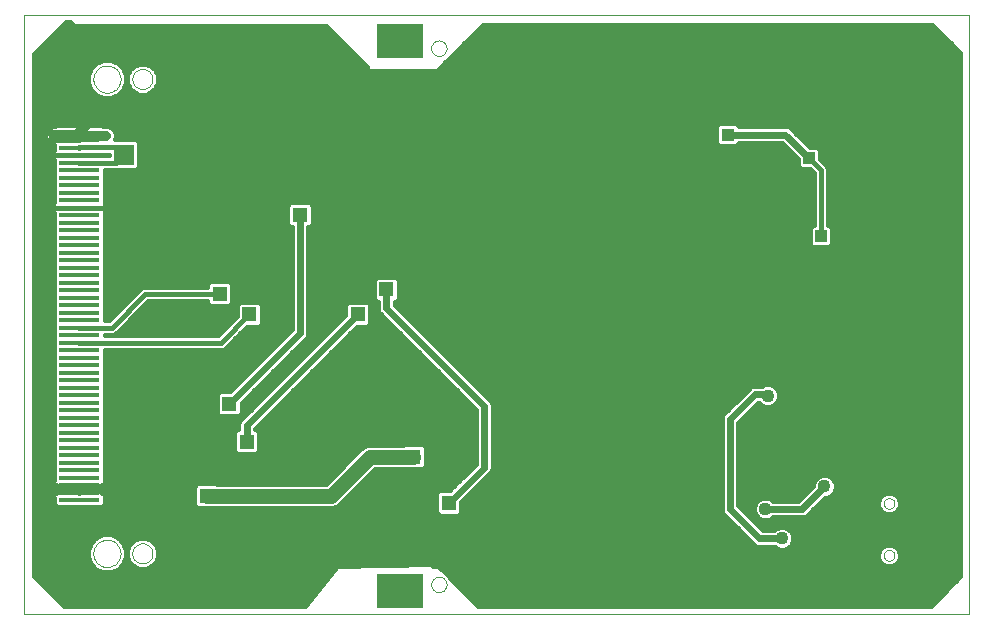
<source format=gbl>
G75*
G70*
%OFA0B0*%
%FSLAX24Y24*%
%IPPOS*%
%LPD*%
%AMOC8*
5,1,8,0,0,1.08239X$1,22.5*
%
%ADD10C,0.0000*%
%ADD11R,0.1378X0.0157*%
%ADD12R,0.1575X0.1181*%
%ADD13R,0.0515X0.0515*%
%ADD14C,0.0500*%
%ADD15C,0.0160*%
%ADD16R,0.0709X0.0709*%
%ADD17C,0.0240*%
%ADD18C,0.0436*%
%ADD19R,0.0436X0.0436*%
%ADD20C,0.0320*%
%ADD21C,0.0660*%
D10*
X000101Y001411D02*
X000101Y021372D01*
X031597Y021372D01*
X031597Y001411D01*
X000101Y001411D01*
X002427Y003431D02*
X002429Y003473D01*
X002435Y003515D01*
X002445Y003557D01*
X002458Y003597D01*
X002476Y003636D01*
X002497Y003673D01*
X002521Y003707D01*
X002549Y003740D01*
X002579Y003770D01*
X002612Y003796D01*
X002647Y003820D01*
X002685Y003840D01*
X002724Y003856D01*
X002764Y003869D01*
X002806Y003878D01*
X002848Y003883D01*
X002891Y003884D01*
X002933Y003881D01*
X002975Y003874D01*
X003016Y003863D01*
X003056Y003848D01*
X003094Y003830D01*
X003131Y003808D01*
X003165Y003783D01*
X003197Y003755D01*
X003225Y003724D01*
X003251Y003690D01*
X003274Y003654D01*
X003293Y003617D01*
X003309Y003577D01*
X003321Y003536D01*
X003329Y003495D01*
X003333Y003452D01*
X003333Y003410D01*
X003329Y003367D01*
X003321Y003326D01*
X003309Y003285D01*
X003293Y003245D01*
X003274Y003208D01*
X003251Y003172D01*
X003225Y003138D01*
X003197Y003107D01*
X003165Y003079D01*
X003131Y003054D01*
X003094Y003032D01*
X003056Y003014D01*
X003016Y002999D01*
X002975Y002988D01*
X002933Y002981D01*
X002891Y002978D01*
X002848Y002979D01*
X002806Y002984D01*
X002764Y002993D01*
X002724Y003006D01*
X002685Y003022D01*
X002647Y003042D01*
X002612Y003066D01*
X002579Y003092D01*
X002549Y003122D01*
X002521Y003155D01*
X002497Y003189D01*
X002476Y003226D01*
X002458Y003265D01*
X002445Y003305D01*
X002435Y003347D01*
X002429Y003389D01*
X002427Y003431D01*
X003726Y003431D02*
X003728Y003467D01*
X003734Y003503D01*
X003744Y003538D01*
X003757Y003572D01*
X003774Y003604D01*
X003794Y003634D01*
X003818Y003661D01*
X003844Y003686D01*
X003873Y003708D01*
X003904Y003727D01*
X003937Y003742D01*
X003971Y003754D01*
X004007Y003762D01*
X004043Y003766D01*
X004079Y003766D01*
X004115Y003762D01*
X004151Y003754D01*
X004185Y003742D01*
X004218Y003727D01*
X004249Y003708D01*
X004278Y003686D01*
X004304Y003661D01*
X004328Y003634D01*
X004348Y003604D01*
X004365Y003572D01*
X004378Y003538D01*
X004388Y003503D01*
X004394Y003467D01*
X004396Y003431D01*
X004394Y003395D01*
X004388Y003359D01*
X004378Y003324D01*
X004365Y003290D01*
X004348Y003258D01*
X004328Y003228D01*
X004304Y003201D01*
X004278Y003176D01*
X004249Y003154D01*
X004218Y003135D01*
X004185Y003120D01*
X004151Y003108D01*
X004115Y003100D01*
X004079Y003096D01*
X004043Y003096D01*
X004007Y003100D01*
X003971Y003108D01*
X003937Y003120D01*
X003904Y003135D01*
X003873Y003154D01*
X003844Y003176D01*
X003818Y003201D01*
X003794Y003228D01*
X003774Y003258D01*
X003757Y003290D01*
X003744Y003324D01*
X003734Y003359D01*
X003728Y003395D01*
X003726Y003431D01*
X013687Y002399D02*
X013689Y002430D01*
X013695Y002461D01*
X013704Y002491D01*
X013717Y002520D01*
X013734Y002547D01*
X013754Y002571D01*
X013776Y002593D01*
X013802Y002612D01*
X013829Y002628D01*
X013858Y002640D01*
X013888Y002649D01*
X013919Y002654D01*
X013951Y002655D01*
X013982Y002652D01*
X014013Y002645D01*
X014043Y002635D01*
X014071Y002621D01*
X014097Y002603D01*
X014121Y002583D01*
X014142Y002559D01*
X014161Y002534D01*
X014176Y002506D01*
X014187Y002477D01*
X014195Y002446D01*
X014199Y002415D01*
X014199Y002383D01*
X014195Y002352D01*
X014187Y002321D01*
X014176Y002292D01*
X014161Y002264D01*
X014142Y002239D01*
X014121Y002215D01*
X014097Y002195D01*
X014071Y002177D01*
X014043Y002163D01*
X014013Y002153D01*
X013982Y002146D01*
X013951Y002143D01*
X013919Y002144D01*
X013888Y002149D01*
X013858Y002158D01*
X013829Y002170D01*
X013802Y002186D01*
X013776Y002205D01*
X013754Y002227D01*
X013734Y002251D01*
X013717Y002278D01*
X013704Y002307D01*
X013695Y002337D01*
X013689Y002368D01*
X013687Y002399D01*
X028774Y003364D02*
X028776Y003390D01*
X028782Y003416D01*
X028792Y003441D01*
X028805Y003464D01*
X028821Y003484D01*
X028841Y003502D01*
X028863Y003517D01*
X028886Y003529D01*
X028912Y003537D01*
X028938Y003541D01*
X028964Y003541D01*
X028990Y003537D01*
X029016Y003529D01*
X029040Y003517D01*
X029061Y003502D01*
X029081Y003484D01*
X029097Y003464D01*
X029110Y003441D01*
X029120Y003416D01*
X029126Y003390D01*
X029128Y003364D01*
X029126Y003338D01*
X029120Y003312D01*
X029110Y003287D01*
X029097Y003264D01*
X029081Y003244D01*
X029061Y003226D01*
X029039Y003211D01*
X029016Y003199D01*
X028990Y003191D01*
X028964Y003187D01*
X028938Y003187D01*
X028912Y003191D01*
X028886Y003199D01*
X028862Y003211D01*
X028841Y003226D01*
X028821Y003244D01*
X028805Y003264D01*
X028792Y003287D01*
X028782Y003312D01*
X028776Y003338D01*
X028774Y003364D01*
X028774Y005096D02*
X028776Y005122D01*
X028782Y005148D01*
X028792Y005173D01*
X028805Y005196D01*
X028821Y005216D01*
X028841Y005234D01*
X028863Y005249D01*
X028886Y005261D01*
X028912Y005269D01*
X028938Y005273D01*
X028964Y005273D01*
X028990Y005269D01*
X029016Y005261D01*
X029040Y005249D01*
X029061Y005234D01*
X029081Y005216D01*
X029097Y005196D01*
X029110Y005173D01*
X029120Y005148D01*
X029126Y005122D01*
X029128Y005096D01*
X029126Y005070D01*
X029120Y005044D01*
X029110Y005019D01*
X029097Y004996D01*
X029081Y004976D01*
X029061Y004958D01*
X029039Y004943D01*
X029016Y004931D01*
X028990Y004923D01*
X028964Y004919D01*
X028938Y004919D01*
X028912Y004923D01*
X028886Y004931D01*
X028862Y004943D01*
X028841Y004958D01*
X028821Y004976D01*
X028805Y004996D01*
X028792Y005019D01*
X028782Y005044D01*
X028776Y005070D01*
X028774Y005096D01*
X013687Y020273D02*
X013689Y020304D01*
X013695Y020335D01*
X013704Y020365D01*
X013717Y020394D01*
X013734Y020421D01*
X013754Y020445D01*
X013776Y020467D01*
X013802Y020486D01*
X013829Y020502D01*
X013858Y020514D01*
X013888Y020523D01*
X013919Y020528D01*
X013951Y020529D01*
X013982Y020526D01*
X014013Y020519D01*
X014043Y020509D01*
X014071Y020495D01*
X014097Y020477D01*
X014121Y020457D01*
X014142Y020433D01*
X014161Y020408D01*
X014176Y020380D01*
X014187Y020351D01*
X014195Y020320D01*
X014199Y020289D01*
X014199Y020257D01*
X014195Y020226D01*
X014187Y020195D01*
X014176Y020166D01*
X014161Y020138D01*
X014142Y020113D01*
X014121Y020089D01*
X014097Y020069D01*
X014071Y020051D01*
X014043Y020037D01*
X014013Y020027D01*
X013982Y020020D01*
X013951Y020017D01*
X013919Y020018D01*
X013888Y020023D01*
X013858Y020032D01*
X013829Y020044D01*
X013802Y020060D01*
X013776Y020079D01*
X013754Y020101D01*
X013734Y020125D01*
X013717Y020152D01*
X013704Y020181D01*
X013695Y020211D01*
X013689Y020242D01*
X013687Y020273D01*
X003726Y019242D02*
X003728Y019278D01*
X003734Y019314D01*
X003744Y019349D01*
X003757Y019383D01*
X003774Y019415D01*
X003794Y019445D01*
X003818Y019472D01*
X003844Y019497D01*
X003873Y019519D01*
X003904Y019538D01*
X003937Y019553D01*
X003971Y019565D01*
X004007Y019573D01*
X004043Y019577D01*
X004079Y019577D01*
X004115Y019573D01*
X004151Y019565D01*
X004185Y019553D01*
X004218Y019538D01*
X004249Y019519D01*
X004278Y019497D01*
X004304Y019472D01*
X004328Y019445D01*
X004348Y019415D01*
X004365Y019383D01*
X004378Y019349D01*
X004388Y019314D01*
X004394Y019278D01*
X004396Y019242D01*
X004394Y019206D01*
X004388Y019170D01*
X004378Y019135D01*
X004365Y019101D01*
X004348Y019069D01*
X004328Y019039D01*
X004304Y019012D01*
X004278Y018987D01*
X004249Y018965D01*
X004218Y018946D01*
X004185Y018931D01*
X004151Y018919D01*
X004115Y018911D01*
X004079Y018907D01*
X004043Y018907D01*
X004007Y018911D01*
X003971Y018919D01*
X003937Y018931D01*
X003904Y018946D01*
X003873Y018965D01*
X003844Y018987D01*
X003818Y019012D01*
X003794Y019039D01*
X003774Y019069D01*
X003757Y019101D01*
X003744Y019135D01*
X003734Y019170D01*
X003728Y019206D01*
X003726Y019242D01*
X002427Y019242D02*
X002429Y019284D01*
X002435Y019326D01*
X002445Y019368D01*
X002458Y019408D01*
X002476Y019447D01*
X002497Y019484D01*
X002521Y019518D01*
X002549Y019551D01*
X002579Y019581D01*
X002612Y019607D01*
X002647Y019631D01*
X002685Y019651D01*
X002724Y019667D01*
X002764Y019680D01*
X002806Y019689D01*
X002848Y019694D01*
X002891Y019695D01*
X002933Y019692D01*
X002975Y019685D01*
X003016Y019674D01*
X003056Y019659D01*
X003094Y019641D01*
X003131Y019619D01*
X003165Y019594D01*
X003197Y019566D01*
X003225Y019535D01*
X003251Y019501D01*
X003274Y019465D01*
X003293Y019428D01*
X003309Y019388D01*
X003321Y019347D01*
X003329Y019306D01*
X003333Y019263D01*
X003333Y019221D01*
X003329Y019178D01*
X003321Y019137D01*
X003309Y019096D01*
X003293Y019056D01*
X003274Y019019D01*
X003251Y018983D01*
X003225Y018949D01*
X003197Y018918D01*
X003165Y018890D01*
X003131Y018865D01*
X003094Y018843D01*
X003056Y018825D01*
X003016Y018810D01*
X002975Y018799D01*
X002933Y018792D01*
X002891Y018789D01*
X002848Y018790D01*
X002806Y018795D01*
X002764Y018804D01*
X002724Y018817D01*
X002685Y018833D01*
X002647Y018853D01*
X002612Y018877D01*
X002579Y018903D01*
X002549Y018933D01*
X002521Y018966D01*
X002497Y019000D01*
X002476Y019037D01*
X002458Y019076D01*
X002445Y019116D01*
X002435Y019158D01*
X002429Y019200D01*
X002427Y019242D01*
D11*
X001955Y017461D03*
X001955Y017211D03*
X001955Y016961D03*
X001955Y016711D03*
X001955Y016461D03*
X001955Y016211D03*
X001955Y015961D03*
X001955Y015711D03*
X001955Y015461D03*
X001955Y015211D03*
X001955Y014961D03*
X001955Y014711D03*
X001955Y014461D03*
X001955Y014211D03*
X001955Y013961D03*
X001955Y013711D03*
X001955Y013461D03*
X001955Y013211D03*
X001955Y012961D03*
X001955Y012711D03*
X001955Y012461D03*
X001955Y012211D03*
X001955Y011961D03*
X001955Y011711D03*
X001955Y011461D03*
X001955Y011211D03*
X001955Y010961D03*
X001955Y010711D03*
X001955Y010461D03*
X001955Y010211D03*
X001955Y009961D03*
X001955Y009711D03*
X001955Y009461D03*
X001955Y009211D03*
X001955Y008961D03*
X001955Y008711D03*
X001955Y008461D03*
X001955Y008211D03*
X001955Y007961D03*
X001955Y007711D03*
X001955Y007461D03*
X001955Y007211D03*
X001955Y006961D03*
X001955Y006711D03*
X001955Y006461D03*
X001955Y006211D03*
X001955Y005961D03*
X001955Y005711D03*
X001955Y005461D03*
X001955Y005211D03*
D12*
X012644Y002163D03*
X012644Y020509D03*
D13*
X009313Y014718D03*
X006636Y012080D03*
X007620Y011411D03*
X011243Y011411D03*
X012187Y012238D03*
X015258Y011214D03*
X013093Y006647D03*
X014274Y005112D03*
X013683Y004088D03*
X007542Y007159D03*
X006951Y008419D03*
X006203Y005348D03*
X001518Y004443D03*
X002424Y017946D03*
D14*
X011636Y006647D02*
X013093Y006647D01*
X011636Y006647D02*
X010337Y005348D01*
X006203Y005348D01*
X025337Y011923D02*
X025455Y012002D01*
X025849Y013025D01*
X027660Y013025D01*
X028605Y013931D01*
X028565Y016569D01*
X025809Y012946D02*
X025494Y013104D01*
X025809Y012946D02*
X025809Y009521D01*
X027896Y007592D01*
D15*
X027008Y005984D02*
X026869Y006041D01*
X026718Y006041D01*
X026579Y005984D01*
X026473Y005877D01*
X026416Y005738D01*
X026416Y005681D01*
X025930Y005195D01*
X025080Y005195D01*
X025039Y005235D01*
X024900Y005293D01*
X024750Y005293D01*
X024611Y005235D01*
X024505Y005129D01*
X024447Y004990D01*
X024447Y004840D01*
X024505Y004701D01*
X024611Y004594D01*
X024750Y004537D01*
X024900Y004537D01*
X025039Y004594D01*
X025080Y004635D01*
X025990Y004635D01*
X026101Y004635D01*
X026204Y004678D01*
X026812Y005285D01*
X026869Y005285D01*
X027008Y005342D01*
X027114Y005449D01*
X027172Y005588D01*
X027172Y005738D01*
X027114Y005877D01*
X027008Y005984D01*
X026947Y006009D02*
X031321Y006009D01*
X031321Y006167D02*
X023924Y006167D01*
X023924Y006009D02*
X026641Y006009D01*
X026462Y005850D02*
X023924Y005850D01*
X023924Y005692D02*
X026416Y005692D01*
X026268Y005533D02*
X023924Y005533D01*
X023924Y005375D02*
X026109Y005375D01*
X025951Y005216D02*
X025059Y005216D01*
X024592Y005216D02*
X023924Y005216D01*
X023924Y005058D02*
X024475Y005058D01*
X024447Y004899D02*
X024056Y004899D01*
X023924Y005031D02*
X023924Y007791D01*
X024587Y008454D01*
X024610Y008454D01*
X024690Y008374D01*
X024829Y008316D01*
X024979Y008316D01*
X025118Y008374D01*
X025224Y008480D01*
X025282Y008619D01*
X025282Y008770D01*
X025224Y008909D01*
X025118Y009015D01*
X024979Y009073D01*
X024829Y009073D01*
X024690Y009015D01*
X024689Y009014D01*
X024415Y009014D01*
X024312Y008971D01*
X024234Y008892D01*
X023407Y008066D01*
X023364Y007963D01*
X023364Y007851D01*
X023364Y004859D01*
X023407Y004756D01*
X023485Y004678D01*
X024470Y003693D01*
X024573Y003651D01*
X024684Y003651D01*
X025122Y003651D01*
X025162Y003610D01*
X025301Y003553D01*
X025452Y003553D01*
X025591Y003610D01*
X025697Y003716D01*
X025754Y003855D01*
X025754Y004006D01*
X025697Y004145D01*
X025591Y004251D01*
X025452Y004309D01*
X025301Y004309D01*
X025162Y004251D01*
X025122Y004211D01*
X024744Y004211D01*
X023924Y005031D01*
X024215Y004740D02*
X024488Y004740D01*
X024373Y004582D02*
X024641Y004582D01*
X024532Y004423D02*
X031321Y004423D01*
X031321Y004265D02*
X025558Y004265D01*
X025713Y004106D02*
X031321Y004106D01*
X031321Y003948D02*
X025754Y003948D01*
X025727Y003789D02*
X031321Y003789D01*
X031321Y003631D02*
X029189Y003631D01*
X029153Y003667D02*
X029254Y003566D01*
X029308Y003435D01*
X029308Y003293D01*
X029254Y003161D01*
X029153Y003061D01*
X029022Y003007D01*
X028880Y003007D01*
X028749Y003061D01*
X028648Y003161D01*
X028594Y003293D01*
X028594Y003435D01*
X028648Y003566D01*
X028749Y003667D01*
X028880Y003721D01*
X029022Y003721D01*
X029153Y003667D01*
X029293Y003472D02*
X031321Y003472D01*
X031321Y003314D02*
X029308Y003314D01*
X029247Y003155D02*
X031321Y003155D01*
X031321Y002996D02*
X013948Y002996D01*
X013920Y003025D02*
X013762Y003025D01*
X013723Y003065D01*
X010534Y003025D01*
X009471Y001687D01*
X001439Y001687D01*
X000455Y002671D01*
X000455Y020072D01*
X001518Y021135D01*
X001636Y021135D01*
X001754Y021017D01*
X010180Y021017D01*
X011557Y019639D01*
X011557Y019561D01*
X011597Y019521D01*
X013880Y019521D01*
X015416Y021057D01*
X030376Y021057D01*
X031321Y020112D01*
X031321Y002671D01*
X030337Y001687D01*
X015258Y001687D01*
X014323Y002622D01*
X014313Y002646D01*
X014190Y002769D01*
X014166Y002779D01*
X013920Y003025D01*
X014107Y002838D02*
X031321Y002838D01*
X031321Y002679D02*
X014280Y002679D01*
X014424Y002521D02*
X031171Y002521D01*
X031013Y002362D02*
X014583Y002362D01*
X014741Y002204D02*
X030854Y002204D01*
X030696Y002045D02*
X014900Y002045D01*
X015058Y001887D02*
X030537Y001887D01*
X030379Y001728D02*
X015217Y001728D01*
X014598Y004694D02*
X013950Y004694D01*
X013857Y004788D01*
X013857Y005436D01*
X013950Y005529D01*
X014296Y005529D01*
X015175Y006409D01*
X015175Y008224D01*
X012029Y011371D01*
X011950Y011449D01*
X011907Y011552D01*
X011907Y011820D01*
X011864Y011820D01*
X011770Y011914D01*
X011770Y012562D01*
X011864Y012655D01*
X012511Y012655D01*
X012605Y012562D01*
X012605Y011914D01*
X012511Y011820D01*
X012467Y011820D01*
X012467Y011724D01*
X015614Y008577D01*
X015692Y008499D01*
X015735Y008396D01*
X015735Y006349D01*
X015735Y006237D01*
X015692Y006134D01*
X014691Y005133D01*
X014691Y004788D01*
X014598Y004694D01*
X014644Y004740D02*
X023423Y004740D01*
X023364Y004899D02*
X014691Y004899D01*
X014691Y005058D02*
X023364Y005058D01*
X023364Y005216D02*
X014774Y005216D01*
X014933Y005375D02*
X023364Y005375D01*
X023364Y005533D02*
X015091Y005533D01*
X015250Y005692D02*
X023364Y005692D01*
X023364Y005850D02*
X015408Y005850D01*
X015567Y006009D02*
X023364Y006009D01*
X023364Y006167D02*
X015706Y006167D01*
X015735Y006326D02*
X023364Y006326D01*
X023364Y006484D02*
X015735Y006484D01*
X015735Y006643D02*
X023364Y006643D01*
X023364Y006801D02*
X015735Y006801D01*
X015735Y006960D02*
X023364Y006960D01*
X023364Y007119D02*
X015735Y007119D01*
X015735Y007277D02*
X023364Y007277D01*
X023364Y007436D02*
X015735Y007436D01*
X015735Y007594D02*
X023364Y007594D01*
X023364Y007753D02*
X015735Y007753D01*
X015735Y007911D02*
X023364Y007911D01*
X023411Y008070D02*
X015735Y008070D01*
X015735Y008228D02*
X023569Y008228D01*
X023728Y008387D02*
X015735Y008387D01*
X015646Y008545D02*
X023887Y008545D01*
X024045Y008704D02*
X015487Y008704D01*
X015329Y008863D02*
X024204Y008863D01*
X024704Y009021D02*
X015170Y009021D01*
X015012Y009180D02*
X031321Y009180D01*
X031321Y009338D02*
X014853Y009338D01*
X014694Y009497D02*
X031321Y009497D01*
X031321Y009655D02*
X014536Y009655D01*
X014377Y009814D02*
X031321Y009814D01*
X031321Y009972D02*
X014219Y009972D01*
X014060Y010131D02*
X031321Y010131D01*
X031321Y010289D02*
X013902Y010289D01*
X013743Y010448D02*
X031321Y010448D01*
X031321Y010607D02*
X013585Y010607D01*
X013426Y010765D02*
X031321Y010765D01*
X031321Y010924D02*
X013268Y010924D01*
X013109Y011082D02*
X031321Y011082D01*
X031321Y011241D02*
X012950Y011241D01*
X012792Y011399D02*
X031321Y011399D01*
X031321Y011558D02*
X012633Y011558D01*
X012475Y011716D02*
X031321Y011716D01*
X031321Y011875D02*
X012566Y011875D01*
X012605Y012033D02*
X031321Y012033D01*
X031321Y012192D02*
X012605Y012192D01*
X012605Y012351D02*
X031321Y012351D01*
X031321Y012509D02*
X012605Y012509D01*
X011770Y012509D02*
X009593Y012509D01*
X009593Y012351D02*
X011770Y012351D01*
X011770Y012192D02*
X009593Y012192D01*
X009593Y012033D02*
X011770Y012033D01*
X011809Y011875D02*
X009593Y011875D01*
X009593Y011716D02*
X010825Y011716D01*
X010825Y011735D02*
X010825Y011389D01*
X007304Y007869D01*
X007262Y007766D01*
X007262Y007655D01*
X007262Y007576D01*
X007218Y007576D01*
X007124Y007483D01*
X007124Y006835D01*
X007218Y006742D01*
X007865Y006742D01*
X007959Y006835D01*
X007959Y007483D01*
X007865Y007576D01*
X007822Y007576D01*
X007822Y007594D01*
X015175Y007594D01*
X015175Y007436D02*
X007959Y007436D01*
X007959Y007277D02*
X015175Y007277D01*
X015175Y007119D02*
X007959Y007119D01*
X007959Y006960D02*
X011369Y006960D01*
X011404Y006995D02*
X011289Y006879D01*
X010167Y005758D01*
X006534Y005758D01*
X006527Y005765D01*
X005879Y005765D01*
X005786Y005672D01*
X005786Y005024D01*
X005879Y004931D01*
X006527Y004931D01*
X006534Y004938D01*
X010255Y004938D01*
X010419Y004938D01*
X010569Y005000D01*
X011806Y006237D01*
X012762Y006237D01*
X012769Y006230D01*
X013417Y006230D01*
X013510Y006323D01*
X013510Y006971D01*
X013417Y007065D01*
X012769Y007065D01*
X012762Y007057D01*
X011555Y007057D01*
X011404Y006995D01*
X011211Y006801D02*
X007925Y006801D01*
X007158Y006801D02*
X002804Y006801D01*
X002804Y006816D02*
X002804Y007066D01*
X002804Y007316D01*
X002804Y007566D01*
X002804Y007816D01*
X002804Y008066D01*
X002804Y008316D01*
X002804Y008566D01*
X002804Y008816D01*
X002804Y009066D01*
X002804Y009316D01*
X002804Y009566D01*
X002804Y009816D01*
X002804Y010066D01*
X002804Y010221D01*
X006623Y010221D01*
X006718Y010221D01*
X006807Y010258D01*
X007542Y010994D01*
X007944Y010994D01*
X008038Y011087D01*
X008038Y011735D01*
X007944Y011828D01*
X007297Y011828D01*
X007203Y011735D01*
X007203Y011333D01*
X006571Y010701D01*
X002804Y010701D01*
X002804Y010721D01*
X002989Y010721D01*
X003085Y010721D01*
X003173Y010758D01*
X004255Y011840D01*
X006219Y011840D01*
X006219Y011757D01*
X006312Y011663D01*
X006960Y011663D01*
X007054Y011757D01*
X007054Y012404D01*
X006960Y012498D01*
X006312Y012498D01*
X006219Y012404D01*
X006219Y012320D01*
X004204Y012320D01*
X004108Y012320D01*
X004020Y012284D01*
X002937Y011201D01*
X002804Y011201D01*
X002804Y011316D01*
X002804Y011566D01*
X002804Y011816D01*
X002804Y012066D01*
X002804Y012316D01*
X002804Y012566D01*
X002804Y012816D01*
X002804Y013066D01*
X002804Y013316D01*
X002804Y013566D01*
X002804Y013816D01*
X002804Y014066D01*
X002804Y014316D01*
X002804Y014566D01*
X002804Y014788D01*
X002824Y014808D01*
X002824Y014961D01*
X001956Y014961D01*
X001956Y014961D01*
X002824Y014961D01*
X002824Y015114D01*
X002804Y015134D01*
X002804Y015316D01*
X002804Y015566D01*
X002804Y015816D01*
X002804Y016066D01*
X002804Y016221D01*
X003017Y016221D01*
X003027Y016212D01*
X003868Y016212D01*
X003962Y016305D01*
X003962Y017147D01*
X003868Y017240D01*
X003155Y017240D01*
X003177Y017292D01*
X003177Y017420D01*
X003128Y017537D01*
X003038Y017627D01*
X002920Y017676D01*
X002763Y017676D01*
X002719Y017720D01*
X001955Y017720D01*
X001192Y017720D01*
X001148Y017676D01*
X001061Y017676D01*
X000943Y017627D01*
X000853Y017537D01*
X000804Y017420D01*
X000804Y017292D01*
X000853Y017175D01*
X000943Y017085D01*
X001061Y017036D01*
X001106Y017036D01*
X001106Y016884D01*
X001086Y016864D01*
X001086Y016711D01*
X001086Y016558D01*
X001106Y016538D01*
X001106Y016316D01*
X001106Y016066D01*
X001106Y015816D01*
X001106Y015566D01*
X001106Y015316D01*
X001106Y015134D01*
X001086Y015114D01*
X001086Y014961D01*
X001086Y014808D01*
X001106Y014788D01*
X001106Y014566D01*
X001106Y014316D01*
X001106Y014066D01*
X001106Y013816D01*
X001106Y013566D01*
X001106Y013316D01*
X001106Y013066D01*
X001106Y012816D01*
X001106Y012566D01*
X001106Y012316D01*
X001106Y012066D01*
X001106Y011816D01*
X001106Y011566D01*
X001106Y011316D01*
X001106Y011066D01*
X001106Y010816D01*
X001106Y010566D01*
X001106Y010356D01*
X001106Y010066D01*
X001106Y009816D01*
X001106Y009566D01*
X001106Y009316D01*
X001106Y009066D01*
X001106Y008816D01*
X001106Y008566D01*
X001106Y008316D01*
X001106Y008066D01*
X001106Y007816D01*
X001106Y007566D01*
X001106Y007316D01*
X001106Y007066D01*
X001106Y006816D01*
X001106Y006566D01*
X001106Y006316D01*
X001106Y006066D01*
X001106Y005884D01*
X001086Y005864D01*
X001086Y005711D01*
X001086Y005558D01*
X001086Y005461D01*
X001086Y005308D01*
X001106Y005288D01*
X001106Y005066D01*
X001200Y004972D01*
X002710Y004972D01*
X002804Y005066D01*
X002804Y005288D01*
X002824Y005308D01*
X002824Y005461D01*
X002727Y005461D01*
X002728Y005461D01*
X002824Y005461D01*
X002824Y005558D01*
X002824Y005711D01*
X002728Y005711D01*
X002727Y005711D01*
X002824Y005711D01*
X002824Y005864D01*
X002804Y005884D01*
X002804Y006066D01*
X002804Y006316D01*
X002804Y006566D01*
X002804Y006816D01*
X002804Y006960D02*
X007124Y006960D01*
X007124Y007119D02*
X002804Y007119D01*
X002804Y007277D02*
X007124Y007277D01*
X007124Y007436D02*
X002804Y007436D01*
X002804Y007594D02*
X007262Y007594D01*
X007262Y007753D02*
X002804Y007753D01*
X002804Y007911D02*
X007347Y007911D01*
X007275Y008001D02*
X007369Y008095D01*
X007369Y008440D01*
X009472Y010544D01*
X009551Y010622D01*
X009593Y010725D01*
X009593Y014301D01*
X009637Y014301D01*
X009731Y014394D01*
X009731Y015042D01*
X009637Y015136D01*
X008990Y015136D01*
X008896Y015042D01*
X008896Y014394D01*
X008990Y014301D01*
X009033Y014301D01*
X009033Y010897D01*
X006973Y008836D01*
X006627Y008836D01*
X006534Y008743D01*
X006534Y008095D01*
X006627Y008001D01*
X007275Y008001D01*
X007343Y008070D02*
X007505Y008070D01*
X007369Y008228D02*
X007664Y008228D01*
X007822Y008387D02*
X007369Y008387D01*
X007474Y008545D02*
X007981Y008545D01*
X008140Y008704D02*
X007632Y008704D01*
X007791Y008863D02*
X008298Y008863D01*
X008457Y009021D02*
X007949Y009021D01*
X008108Y009180D02*
X008615Y009180D01*
X008774Y009338D02*
X008266Y009338D01*
X008425Y009497D02*
X008932Y009497D01*
X009091Y009655D02*
X008583Y009655D01*
X008742Y009814D02*
X009249Y009814D01*
X009408Y009972D02*
X008901Y009972D01*
X009059Y010131D02*
X009566Y010131D01*
X009725Y010289D02*
X009218Y010289D01*
X009376Y010448D02*
X009884Y010448D01*
X010042Y010607D02*
X009535Y010607D01*
X009472Y010544D02*
X009472Y010544D01*
X009593Y010765D02*
X010201Y010765D01*
X010359Y010924D02*
X009593Y010924D01*
X009593Y011082D02*
X010518Y011082D01*
X010676Y011241D02*
X009593Y011241D01*
X009593Y011399D02*
X010825Y011399D01*
X010825Y011558D02*
X009593Y011558D01*
X009033Y011558D02*
X008038Y011558D01*
X008038Y011716D02*
X009033Y011716D01*
X009033Y011875D02*
X007054Y011875D01*
X007054Y012033D02*
X009033Y012033D01*
X009033Y012192D02*
X007054Y012192D01*
X007054Y012351D02*
X009033Y012351D01*
X009033Y012509D02*
X002804Y012509D01*
X002804Y012351D02*
X006219Y012351D01*
X006636Y012080D02*
X004156Y012080D01*
X003037Y010961D01*
X001955Y010961D01*
X002804Y011241D02*
X002977Y011241D01*
X003135Y011399D02*
X002804Y011399D01*
X002804Y011558D02*
X003294Y011558D01*
X003453Y011716D02*
X002804Y011716D01*
X002804Y011875D02*
X003611Y011875D01*
X003770Y012033D02*
X002804Y012033D01*
X002804Y012192D02*
X003928Y012192D01*
X004131Y011716D02*
X006259Y011716D01*
X007013Y011716D02*
X007203Y011716D01*
X007203Y011558D02*
X003973Y011558D01*
X003814Y011399D02*
X007203Y011399D01*
X007111Y011241D02*
X003656Y011241D01*
X003497Y011082D02*
X006952Y011082D01*
X006794Y010924D02*
X003339Y010924D01*
X003180Y010765D02*
X006635Y010765D01*
X006671Y010461D02*
X007620Y011411D01*
X008038Y011399D02*
X009033Y011399D01*
X009033Y011241D02*
X008038Y011241D01*
X008033Y011082D02*
X009033Y011082D01*
X009033Y010924D02*
X007472Y010924D01*
X007314Y010765D02*
X008901Y010765D01*
X008743Y010607D02*
X007155Y010607D01*
X006997Y010448D02*
X008584Y010448D01*
X008426Y010289D02*
X006838Y010289D01*
X006671Y010461D02*
X001955Y010461D01*
X002804Y010131D02*
X008267Y010131D01*
X008109Y009972D02*
X002804Y009972D01*
X002804Y009814D02*
X007950Y009814D01*
X007792Y009655D02*
X002804Y009655D01*
X002804Y009497D02*
X007633Y009497D01*
X007475Y009338D02*
X002804Y009338D01*
X002804Y009180D02*
X007316Y009180D01*
X007157Y009021D02*
X002804Y009021D01*
X002804Y008863D02*
X006999Y008863D01*
X006534Y008704D02*
X002804Y008704D01*
X002804Y008545D02*
X006534Y008545D01*
X006534Y008387D02*
X002804Y008387D01*
X002804Y008228D02*
X006534Y008228D01*
X006559Y008070D02*
X002804Y008070D01*
X001106Y008070D02*
X000455Y008070D01*
X000455Y008228D02*
X001106Y008228D01*
X001106Y008387D02*
X000455Y008387D01*
X000455Y008545D02*
X001106Y008545D01*
X001106Y008704D02*
X000455Y008704D01*
X000455Y008863D02*
X001106Y008863D01*
X001106Y009021D02*
X000455Y009021D01*
X000455Y009180D02*
X001106Y009180D01*
X001106Y009338D02*
X000455Y009338D01*
X000455Y009497D02*
X001106Y009497D01*
X001106Y009655D02*
X000455Y009655D01*
X000455Y009814D02*
X001106Y009814D01*
X001106Y009972D02*
X000455Y009972D01*
X000455Y010131D02*
X001106Y010131D01*
X001106Y010289D02*
X000455Y010289D01*
X000455Y010448D02*
X001106Y010448D01*
X001106Y010607D02*
X000455Y010607D01*
X000455Y010765D02*
X001106Y010765D01*
X001106Y010924D02*
X000455Y010924D01*
X000455Y011082D02*
X001106Y011082D01*
X001106Y011241D02*
X000455Y011241D01*
X000455Y011399D02*
X001106Y011399D01*
X001106Y011558D02*
X000455Y011558D01*
X000455Y011716D02*
X001106Y011716D01*
X001106Y011875D02*
X000455Y011875D01*
X000455Y012033D02*
X001106Y012033D01*
X001106Y012192D02*
X000455Y012192D01*
X000455Y012351D02*
X001106Y012351D01*
X001106Y012509D02*
X000455Y012509D01*
X000455Y012668D02*
X001106Y012668D01*
X001106Y012826D02*
X000455Y012826D01*
X000455Y012985D02*
X001106Y012985D01*
X001106Y013143D02*
X000455Y013143D01*
X000455Y013302D02*
X001106Y013302D01*
X001106Y013460D02*
X000455Y013460D01*
X000455Y013619D02*
X001106Y013619D01*
X001106Y013777D02*
X000455Y013777D01*
X000455Y013936D02*
X001106Y013936D01*
X001106Y014094D02*
X000455Y014094D01*
X000455Y014253D02*
X001106Y014253D01*
X001106Y014412D02*
X000455Y014412D01*
X000455Y014570D02*
X001106Y014570D01*
X001106Y014729D02*
X000455Y014729D01*
X000455Y014887D02*
X001086Y014887D01*
X001086Y014961D02*
X001955Y014961D01*
X001039Y014961D01*
X000809Y015191D01*
X000809Y017395D01*
X000888Y017474D01*
X001085Y017474D01*
X001164Y017395D01*
X001124Y017395D02*
X000888Y017159D01*
X000888Y016883D01*
X001060Y016711D01*
X001955Y016711D01*
X001086Y016711D01*
X001955Y016711D01*
X001955Y016711D01*
X001956Y016711D02*
X001956Y016711D01*
X002824Y016711D01*
X002824Y016701D01*
X002933Y016701D01*
X002933Y016722D01*
X002824Y016722D01*
X002824Y016711D01*
X001956Y016711D01*
X001955Y016461D02*
X003182Y016461D01*
X003447Y016726D01*
X003408Y016726D01*
X003172Y016962D01*
X001956Y016962D01*
X001955Y016961D01*
X001955Y017211D02*
X001098Y017211D01*
X000967Y017080D01*
X000967Y016805D01*
X001060Y016711D01*
X001086Y016790D02*
X000455Y016790D01*
X000455Y016948D02*
X001106Y016948D01*
X000921Y017107D02*
X000455Y017107D01*
X000455Y017265D02*
X000816Y017265D01*
X000806Y017424D02*
X000455Y017424D01*
X000455Y017582D02*
X000898Y017582D01*
X000455Y017741D02*
X023249Y017741D01*
X023281Y017773D02*
X023187Y017680D01*
X023187Y017111D01*
X023281Y017017D01*
X023850Y017017D01*
X023943Y017111D01*
X023943Y017115D01*
X025379Y017115D01*
X025904Y016590D01*
X025904Y016323D01*
X025997Y016230D01*
X026321Y016230D01*
X026436Y016115D01*
X026436Y014388D01*
X026391Y014388D01*
X026297Y014294D01*
X026297Y013725D01*
X026391Y013631D01*
X026960Y013631D01*
X027054Y013725D01*
X027054Y014294D01*
X026960Y014388D01*
X026916Y014388D01*
X026916Y016166D01*
X026916Y016262D01*
X026879Y016350D01*
X026660Y016569D01*
X026660Y016892D01*
X026566Y016986D01*
X026300Y016986D01*
X025653Y017633D01*
X025550Y017675D01*
X025439Y017675D01*
X023943Y017675D01*
X023943Y017680D01*
X023850Y017773D01*
X023281Y017773D01*
X023187Y017582D02*
X003083Y017582D01*
X003175Y017424D02*
X023187Y017424D01*
X023187Y017265D02*
X003166Y017265D01*
X003962Y017107D02*
X023191Y017107D01*
X023939Y017107D02*
X025387Y017107D01*
X025546Y016948D02*
X003962Y016948D01*
X003962Y016790D02*
X025704Y016790D01*
X025863Y016631D02*
X003962Y016631D01*
X003962Y016473D02*
X025904Y016473D01*
X025913Y016314D02*
X003962Y016314D01*
X002804Y016156D02*
X026395Y016156D01*
X026436Y015997D02*
X002804Y015997D01*
X002804Y015838D02*
X026436Y015838D01*
X026436Y015680D02*
X002804Y015680D01*
X002804Y015521D02*
X026436Y015521D01*
X026436Y015363D02*
X002804Y015363D01*
X002804Y015204D02*
X026436Y015204D01*
X026436Y015046D02*
X009727Y015046D01*
X009731Y014887D02*
X026436Y014887D01*
X026436Y014729D02*
X009731Y014729D01*
X009731Y014570D02*
X026436Y014570D01*
X026436Y014412D02*
X009731Y014412D01*
X009593Y014253D02*
X026297Y014253D01*
X026297Y014094D02*
X009593Y014094D01*
X009593Y013936D02*
X026297Y013936D01*
X026297Y013777D02*
X009593Y013777D01*
X009593Y013619D02*
X031321Y013619D01*
X031321Y013777D02*
X027054Y013777D01*
X027054Y013936D02*
X031321Y013936D01*
X031321Y014094D02*
X027054Y014094D01*
X027054Y014253D02*
X031321Y014253D01*
X031321Y014412D02*
X026916Y014412D01*
X026916Y014570D02*
X031321Y014570D01*
X031321Y014729D02*
X026916Y014729D01*
X026916Y014887D02*
X031321Y014887D01*
X031321Y015046D02*
X026916Y015046D01*
X026916Y015204D02*
X031321Y015204D01*
X031321Y015363D02*
X026916Y015363D01*
X026916Y015521D02*
X031321Y015521D01*
X031321Y015680D02*
X026916Y015680D01*
X026916Y015838D02*
X031321Y015838D01*
X031321Y015997D02*
X026916Y015997D01*
X026916Y016156D02*
X031321Y016156D01*
X031321Y016314D02*
X026894Y016314D01*
X026756Y016473D02*
X031321Y016473D01*
X031321Y016631D02*
X026660Y016631D01*
X026660Y016790D02*
X031321Y016790D01*
X031321Y016948D02*
X026604Y016948D01*
X026179Y017107D02*
X031321Y017107D01*
X031321Y017265D02*
X026020Y017265D01*
X025862Y017424D02*
X031321Y017424D01*
X031321Y017582D02*
X025703Y017582D01*
X026282Y016608D02*
X026676Y016214D01*
X026676Y014009D01*
X022542Y014324D02*
X018802Y010584D01*
X018802Y010624D01*
X015171Y008228D02*
X008456Y008228D01*
X008297Y008070D02*
X015175Y008070D01*
X015175Y007911D02*
X008139Y007911D01*
X007980Y007753D02*
X015175Y007753D01*
X015012Y008387D02*
X008614Y008387D01*
X008773Y008545D02*
X014854Y008545D01*
X014695Y008704D02*
X008931Y008704D01*
X009090Y008863D02*
X014537Y008863D01*
X014378Y009021D02*
X009249Y009021D01*
X009407Y009180D02*
X014220Y009180D01*
X014061Y009338D02*
X009566Y009338D01*
X009724Y009497D02*
X013903Y009497D01*
X013744Y009655D02*
X009883Y009655D01*
X010041Y009814D02*
X013585Y009814D01*
X013427Y009972D02*
X010200Y009972D01*
X010358Y010131D02*
X013268Y010131D01*
X013110Y010289D02*
X010517Y010289D01*
X010675Y010448D02*
X012951Y010448D01*
X012793Y010607D02*
X010834Y010607D01*
X010993Y010765D02*
X012634Y010765D01*
X012476Y010924D02*
X011151Y010924D01*
X011221Y010994D02*
X011566Y010994D01*
X011660Y011087D01*
X011660Y011735D01*
X011566Y011828D01*
X010919Y011828D01*
X010825Y011735D01*
X011660Y011716D02*
X011907Y011716D01*
X011907Y011558D02*
X011660Y011558D01*
X011660Y011399D02*
X012000Y011399D01*
X012159Y011241D02*
X011660Y011241D01*
X011655Y011082D02*
X012317Y011082D01*
X011221Y010994D02*
X007822Y007594D01*
X010259Y005850D02*
X002824Y005850D01*
X002824Y005692D02*
X005806Y005692D01*
X005786Y005533D02*
X002824Y005533D01*
X002824Y005375D02*
X005786Y005375D01*
X005786Y005216D02*
X002804Y005216D01*
X002795Y005058D02*
X005786Y005058D01*
X004498Y003722D02*
X004353Y003867D01*
X004164Y003945D01*
X003959Y003945D01*
X003770Y003867D01*
X003625Y003722D01*
X003547Y003533D01*
X003547Y003328D01*
X003625Y003139D01*
X003770Y002994D01*
X003959Y002916D01*
X004164Y002916D01*
X004353Y002994D01*
X004498Y003139D01*
X004576Y003328D01*
X004576Y003533D01*
X004498Y003722D01*
X004431Y003789D02*
X024374Y003789D01*
X024215Y003948D02*
X003258Y003948D01*
X003239Y003967D02*
X003006Y004063D01*
X002754Y004063D01*
X002522Y003967D01*
X002344Y003789D01*
X002248Y003557D01*
X002248Y003305D01*
X002344Y003072D01*
X002522Y002894D01*
X002754Y002798D01*
X003006Y002798D01*
X003239Y002894D01*
X003417Y003072D01*
X003513Y003305D01*
X003513Y003557D01*
X003417Y003789D01*
X003239Y003967D01*
X003417Y003789D02*
X003692Y003789D01*
X003587Y003631D02*
X003482Y003631D01*
X003513Y003472D02*
X003547Y003472D01*
X003553Y003314D02*
X003513Y003314D01*
X003451Y003155D02*
X003619Y003155D01*
X003768Y002996D02*
X003341Y002996D01*
X003103Y002838D02*
X010385Y002838D01*
X010259Y002679D02*
X000455Y002679D01*
X000455Y002838D02*
X002658Y002838D01*
X002420Y002996D02*
X000455Y002996D01*
X000455Y003155D02*
X002310Y003155D01*
X002248Y003314D02*
X000455Y003314D01*
X000455Y003472D02*
X002248Y003472D01*
X002278Y003631D02*
X000455Y003631D01*
X000455Y003789D02*
X002344Y003789D01*
X002503Y003948D02*
X000455Y003948D01*
X000455Y004106D02*
X024057Y004106D01*
X023898Y004265D02*
X000455Y004265D01*
X000455Y004423D02*
X023740Y004423D01*
X023581Y004582D02*
X000455Y004582D01*
X000455Y004740D02*
X013904Y004740D01*
X013857Y004899D02*
X000455Y004899D01*
X000455Y005058D02*
X001115Y005058D01*
X001106Y005216D02*
X000455Y005216D01*
X000455Y005375D02*
X001086Y005375D01*
X001086Y005461D02*
X001183Y005461D01*
X001183Y005461D01*
X001086Y005461D01*
X001086Y005533D02*
X000455Y005533D01*
X000455Y005692D02*
X001086Y005692D01*
X001086Y005711D02*
X001183Y005711D01*
X001183Y005711D01*
X001086Y005711D01*
X001086Y005850D02*
X000455Y005850D01*
X000455Y006009D02*
X001106Y006009D01*
X001106Y006167D02*
X000455Y006167D01*
X000455Y006326D02*
X001106Y006326D01*
X001106Y006484D02*
X000455Y006484D01*
X000455Y006643D02*
X001106Y006643D01*
X001106Y006801D02*
X000455Y006801D01*
X000455Y006960D02*
X001106Y006960D01*
X001106Y007119D02*
X000455Y007119D01*
X000455Y007277D02*
X001106Y007277D01*
X001106Y007436D02*
X000455Y007436D01*
X000455Y007594D02*
X001106Y007594D01*
X001106Y007753D02*
X000455Y007753D01*
X000455Y007911D02*
X001106Y007911D01*
X002804Y006643D02*
X011052Y006643D01*
X010894Y006484D02*
X002804Y006484D01*
X002804Y006326D02*
X010735Y006326D01*
X010576Y006167D02*
X002804Y006167D01*
X002804Y006009D02*
X010418Y006009D01*
X010943Y005375D02*
X013857Y005375D01*
X013857Y005216D02*
X010785Y005216D01*
X010626Y005058D02*
X013857Y005058D01*
X014299Y005533D02*
X011102Y005533D01*
X011260Y005692D02*
X014458Y005692D01*
X014616Y005850D02*
X011419Y005850D01*
X011578Y006009D02*
X014775Y006009D01*
X014934Y006167D02*
X011736Y006167D01*
X013510Y006326D02*
X015092Y006326D01*
X015175Y006484D02*
X013510Y006484D01*
X013510Y006643D02*
X015175Y006643D01*
X015175Y006801D02*
X013510Y006801D01*
X013510Y006960D02*
X015175Y006960D01*
X010511Y002996D02*
X004355Y002996D01*
X004504Y003155D02*
X028655Y003155D01*
X028594Y003314D02*
X004570Y003314D01*
X004576Y003472D02*
X028609Y003472D01*
X028713Y003631D02*
X025611Y003631D01*
X025142Y003631D02*
X004536Y003631D01*
X001955Y005461D02*
X001955Y005711D01*
X001955Y005711D01*
X001955Y005462D01*
X001955Y005462D01*
X001955Y005711D01*
X001955Y005698D01*
X002069Y005584D01*
X001955Y005533D02*
X001955Y005533D01*
X001955Y005692D02*
X001955Y005692D01*
X000605Y002521D02*
X010133Y002521D01*
X010007Y002362D02*
X000764Y002362D01*
X000922Y002204D02*
X009882Y002204D01*
X009756Y002045D02*
X001081Y002045D01*
X001239Y001887D02*
X009630Y001887D01*
X009504Y001728D02*
X001398Y001728D01*
X002804Y012668D02*
X009033Y012668D01*
X009033Y012826D02*
X002804Y012826D01*
X002804Y012985D02*
X009033Y012985D01*
X009033Y013143D02*
X002804Y013143D01*
X002804Y013302D02*
X009033Y013302D01*
X009033Y013460D02*
X002804Y013460D01*
X002804Y013619D02*
X009033Y013619D01*
X009033Y013777D02*
X002804Y013777D01*
X002804Y013936D02*
X009033Y013936D01*
X009033Y014094D02*
X002804Y014094D01*
X002804Y014253D02*
X009033Y014253D01*
X008896Y014412D02*
X002804Y014412D01*
X002804Y014570D02*
X008896Y014570D01*
X008896Y014729D02*
X002804Y014729D01*
X002824Y014887D02*
X008896Y014887D01*
X008900Y015046D02*
X002824Y015046D01*
X001955Y014961D02*
X001955Y014961D01*
X001086Y014961D01*
X001086Y015046D02*
X000455Y015046D01*
X000455Y015204D02*
X001106Y015204D01*
X001106Y015363D02*
X000455Y015363D01*
X000455Y015521D02*
X001106Y015521D01*
X001106Y015680D02*
X000455Y015680D01*
X000455Y015838D02*
X001106Y015838D01*
X001106Y015997D02*
X000455Y015997D01*
X000455Y016156D02*
X001106Y016156D01*
X001106Y016314D02*
X000455Y016314D01*
X000455Y016473D02*
X001106Y016473D01*
X001086Y016631D02*
X000455Y016631D01*
X001955Y017211D02*
X001955Y017461D01*
X001955Y017676D02*
X001955Y017720D01*
X001955Y017676D01*
X001955Y017676D01*
X002522Y018705D02*
X002754Y018609D01*
X003006Y018609D01*
X003239Y018705D01*
X003417Y018883D01*
X003513Y019116D01*
X003513Y019368D01*
X003417Y019600D01*
X003239Y019778D01*
X003006Y019874D01*
X002754Y019874D01*
X002522Y019778D01*
X002344Y019600D01*
X002248Y019368D01*
X002248Y019116D01*
X002344Y018883D01*
X002522Y018705D01*
X002553Y018692D02*
X000455Y018692D01*
X000455Y018534D02*
X031321Y018534D01*
X031321Y018692D02*
X003207Y018692D01*
X003384Y018851D02*
X003725Y018851D01*
X003770Y018805D02*
X003959Y018727D01*
X004164Y018727D01*
X004353Y018805D01*
X004498Y018950D01*
X004576Y019139D01*
X004576Y019344D01*
X004498Y019533D01*
X004353Y019678D01*
X004164Y019756D01*
X003959Y019756D01*
X003770Y019678D01*
X003625Y019533D01*
X003547Y019344D01*
X003547Y019139D01*
X003625Y018950D01*
X003770Y018805D01*
X003601Y019009D02*
X003469Y019009D01*
X003513Y019168D02*
X003547Y019168D01*
X003547Y019326D02*
X003513Y019326D01*
X003464Y019485D02*
X003605Y019485D01*
X003735Y019644D02*
X003373Y019644D01*
X003181Y019802D02*
X011395Y019802D01*
X011553Y019644D02*
X004387Y019644D01*
X004518Y019485D02*
X031321Y019485D01*
X031321Y019644D02*
X014003Y019644D01*
X014161Y019802D02*
X031321Y019802D01*
X031321Y019961D02*
X014320Y019961D01*
X014478Y020119D02*
X031314Y020119D01*
X031155Y020278D02*
X014637Y020278D01*
X014795Y020436D02*
X030997Y020436D01*
X030838Y020595D02*
X014954Y020595D01*
X015112Y020753D02*
X030680Y020753D01*
X030521Y020912D02*
X015271Y020912D01*
X011236Y019961D02*
X000455Y019961D01*
X000455Y019802D02*
X002580Y019802D01*
X002387Y019644D02*
X000455Y019644D01*
X000455Y019485D02*
X002296Y019485D01*
X002248Y019326D02*
X000455Y019326D01*
X000455Y019168D02*
X002248Y019168D01*
X002292Y019009D02*
X000455Y019009D01*
X000455Y018851D02*
X002376Y018851D01*
X000455Y018375D02*
X031321Y018375D01*
X031321Y018217D02*
X000455Y018217D01*
X000455Y018058D02*
X031321Y018058D01*
X031321Y017900D02*
X000455Y017900D01*
X000502Y020119D02*
X011078Y020119D01*
X010919Y020278D02*
X000660Y020278D01*
X000819Y020436D02*
X010761Y020436D01*
X010602Y020595D02*
X000977Y020595D01*
X001136Y020753D02*
X010444Y020753D01*
X010285Y020912D02*
X001295Y020912D01*
X001453Y021070D02*
X001701Y021070D01*
X004576Y019326D02*
X031321Y019326D01*
X031321Y019168D02*
X004576Y019168D01*
X004522Y019009D02*
X031321Y019009D01*
X031321Y018851D02*
X004398Y018851D01*
X009593Y013460D02*
X031321Y013460D01*
X031321Y013302D02*
X009593Y013302D01*
X009593Y013143D02*
X031321Y013143D01*
X031321Y012985D02*
X009593Y012985D01*
X009593Y012826D02*
X031321Y012826D01*
X031321Y012668D02*
X009593Y012668D01*
X022542Y014324D02*
X022542Y015112D01*
X022620Y015191D01*
X022581Y015112D01*
X023882Y017741D02*
X031321Y017741D01*
X031321Y009021D02*
X025103Y009021D01*
X025244Y008863D02*
X031321Y008863D01*
X031321Y008704D02*
X025282Y008704D01*
X025251Y008545D02*
X031321Y008545D01*
X031321Y008387D02*
X025131Y008387D01*
X024677Y008387D02*
X024520Y008387D01*
X024361Y008228D02*
X031321Y008228D01*
X031321Y008070D02*
X024203Y008070D01*
X024044Y007911D02*
X031321Y007911D01*
X031321Y007753D02*
X023924Y007753D01*
X023924Y007594D02*
X031321Y007594D01*
X031321Y007436D02*
X023924Y007436D01*
X023924Y007277D02*
X031321Y007277D01*
X031321Y007119D02*
X023924Y007119D01*
X023924Y006960D02*
X031321Y006960D01*
X031321Y006801D02*
X023924Y006801D01*
X023924Y006643D02*
X031321Y006643D01*
X031321Y006484D02*
X023924Y006484D01*
X023924Y006326D02*
X031321Y006326D01*
X031321Y005850D02*
X027125Y005850D01*
X027172Y005692D02*
X031321Y005692D01*
X031321Y005533D02*
X027149Y005533D01*
X027040Y005375D02*
X028725Y005375D01*
X028749Y005399D02*
X028648Y005298D01*
X028594Y005167D01*
X028594Y005025D01*
X028648Y004894D01*
X028749Y004793D01*
X028880Y004739D01*
X029022Y004739D01*
X029153Y004793D01*
X029254Y004894D01*
X029308Y005025D01*
X029308Y005167D01*
X029254Y005298D01*
X029153Y005399D01*
X029022Y005453D01*
X028880Y005453D01*
X028749Y005399D01*
X028614Y005216D02*
X026743Y005216D01*
X026584Y005058D02*
X028594Y005058D01*
X028646Y004899D02*
X026426Y004899D01*
X026267Y004740D02*
X028876Y004740D01*
X029026Y004740D02*
X031321Y004740D01*
X031321Y004582D02*
X025009Y004582D01*
X025195Y004265D02*
X024690Y004265D01*
X029256Y004899D02*
X031321Y004899D01*
X031321Y005058D02*
X029308Y005058D01*
X029288Y005216D02*
X031321Y005216D01*
X031321Y005375D02*
X029178Y005375D01*
D16*
X028802Y007474D03*
X027896Y007592D03*
X025337Y011923D03*
X025494Y013104D03*
X028565Y016569D03*
X018802Y010624D03*
X008841Y004088D03*
X003447Y016726D03*
D17*
X009313Y014718D02*
X009313Y010781D01*
X006951Y008419D01*
X007542Y007710D02*
X011243Y011411D01*
X012187Y011608D02*
X012187Y012238D01*
X012187Y011608D02*
X015455Y008340D01*
X015455Y006293D01*
X014274Y005112D01*
X007542Y007159D02*
X007542Y007710D01*
X023644Y007907D02*
X023644Y004915D01*
X024628Y003931D01*
X025376Y003931D01*
X024825Y004915D02*
X026046Y004915D01*
X026794Y005663D01*
X024471Y008734D02*
X023644Y007907D01*
X024471Y008734D02*
X024865Y008734D01*
X024904Y008694D01*
X026282Y016608D02*
X025494Y017395D01*
X023565Y017395D01*
D18*
X024904Y008694D03*
X026794Y005663D03*
X024825Y004915D03*
X025376Y003931D03*
D19*
X026676Y014009D03*
X026282Y016608D03*
X023565Y017395D03*
X022581Y015112D03*
D20*
X018802Y010624D02*
X015849Y010624D01*
X015258Y011214D01*
X018802Y010624D02*
X015573Y004088D01*
X013683Y004088D01*
X008841Y004088D01*
X008329Y003576D01*
X005416Y003576D01*
X003782Y005210D01*
X003014Y004443D01*
X001518Y004443D01*
X001006Y005584D02*
X002935Y005584D01*
X002935Y005663D01*
X002935Y005584D02*
X003408Y005584D01*
X003782Y005210D01*
X002935Y005584D02*
X002069Y005584D01*
X001006Y005584D02*
X001006Y005663D01*
X000809Y005663D01*
X001124Y017356D02*
X002857Y017356D01*
X002424Y017946D02*
X001872Y017395D01*
X001164Y017395D01*
X001124Y017395D01*
D21*
X018802Y010624D02*
X024038Y010624D01*
X025337Y011923D01*
M02*

</source>
